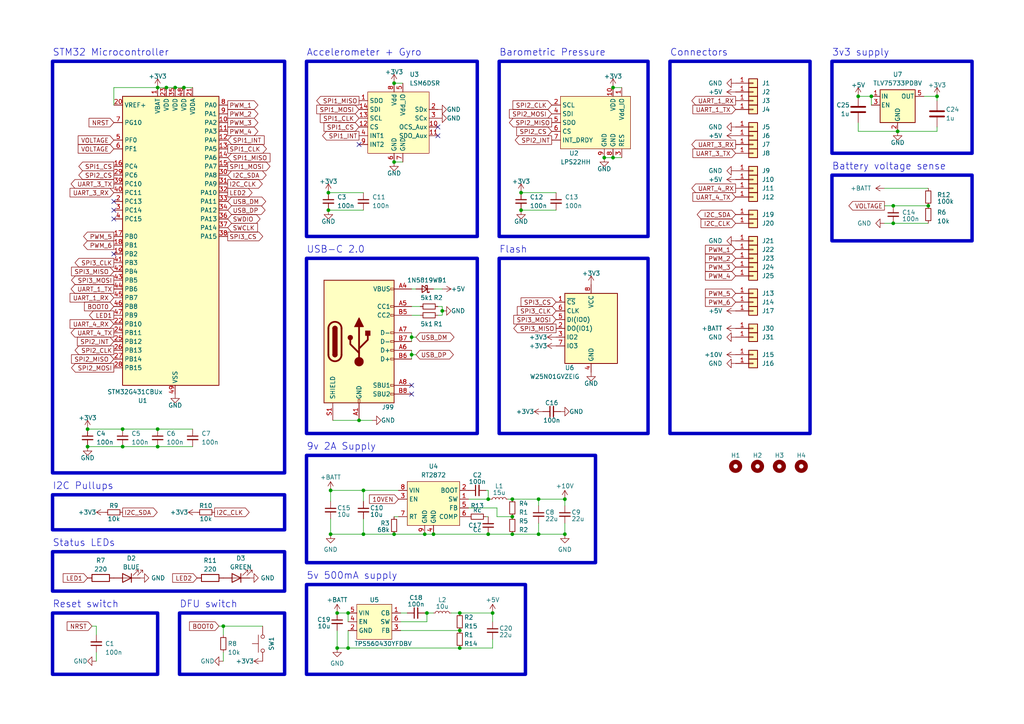
<source format=kicad_sch>
(kicad_sch (version 20230121) (generator eeschema)
  (paper "A4")
  (junction (at 148.59 154.94))
  (junction (at 105.41 142.24))
  (junction (at 148.59 149.86))
  (junction (at 119.38 97.79))
  (junction (at 128.27 90.17))
  (junction (at 25.4 124.46))
  (junction (at 114.3 46.99))
  (junction (at 163.83 144.78))
  (junction (at 104.14 121.92))
  (junction (at 151.13 60.96))
  (junction (at 105.41 154.94))
  (junction (at 100.965 177.8))
  (junction (at 114.3 24.13))
  (junction (at 163.83 154.94))
  (junction (at 95.25 60.96))
  (junction (at 123.19 154.94))
  (junction (at 133.35 182.88))
  (junction (at 100.965 187.96))
  (junction (at 248.92 27.94))
  (junction (at 95.25 55.88))
  (junction (at 97.79 187.96))
  (junction (at 156.21 144.78))
  (junction (at 97.79 177.8))
  (junction (at 125.73 154.94))
  (junction (at 25.4 129.54))
  (junction (at 259.08 64.77))
  (junction (at 95.885 142.24))
  (junction (at 35.56 124.46))
  (junction (at 177.8 25.4))
  (junction (at 53.34 25.4))
  (junction (at 45.72 124.46))
  (junction (at 95.885 154.94))
  (junction (at 271.78 27.94))
  (junction (at 45.72 25.4))
  (junction (at 133.35 187.96))
  (junction (at 141.605 144.78))
  (junction (at 142.875 177.8))
  (junction (at 50.8 25.4))
  (junction (at 252.73 27.94))
  (junction (at 141.605 154.94))
  (junction (at 45.72 129.54))
  (junction (at 156.21 154.94))
  (junction (at 48.26 25.4))
  (junction (at 175.26 45.72))
  (junction (at 151.13 55.88))
  (junction (at 35.56 129.54))
  (junction (at 260.35 38.1))
  (junction (at 64.77 181.61))
  (junction (at 114.3 154.94))
  (junction (at 119.38 102.87))
  (junction (at 177.8 45.72))
  (junction (at 269.24 59.69))
  (junction (at 123.825 177.8))
  (junction (at 133.35 177.8))
  (junction (at 259.08 59.69))
  (junction (at 148.59 144.78))
  (no_connect (at 127 36.83))
  (no_connect (at 33.02 73.66))
  (no_connect (at 119.38 114.3))
  (no_connect (at 33.02 60.96))
  (no_connect (at 33.02 63.5))
  (no_connect (at 127 39.37))
  (no_connect (at 33.02 58.42))
  (no_connect (at 119.38 111.76))
  (no_connect (at 104.14 41.91))
  (wire (pts (xy 104.14 121.92) (xy 107.95 121.92)))
  (wire (pts (xy 144.145 149.86) (xy 144.145 147.32)))
  (wire (pts (xy 25.4 124.46) (xy 35.56 124.46)))
  (wire (pts (xy 248.92 27.94) (xy 252.73 27.94)))
  (wire (pts (xy 259.08 59.69) (xy 269.24 59.69)))
  (wire (pts (xy 97.79 187.96) (xy 100.965 187.96)))
  (wire (pts (xy 142.875 185.42) (xy 142.875 187.96)))
  (wire (pts (xy 53.34 25.4) (xy 55.88 25.4)))
  (wire (pts (xy 141.605 142.24) (xy 141.605 144.78)))
  (wire (pts (xy 123.825 177.8) (xy 125.73 177.8)))
  (wire (pts (xy 105.41 150.495) (xy 105.41 154.94)))
  (wire (pts (xy 141.605 144.78) (xy 142.24 144.78)))
  (wire (pts (xy 45.72 124.46) (xy 55.88 124.46)))
  (wire (pts (xy 123.825 177.8) (xy 123.825 180.34)))
  (wire (pts (xy 104.14 121.92) (xy 96.52 121.92)))
  (wire (pts (xy 97.79 182.88) (xy 97.79 187.96)))
  (wire (pts (xy 64.77 181.61) (xy 64.77 184.15)))
  (wire (pts (xy 133.35 187.96) (xy 100.965 187.96)))
  (wire (pts (xy 151.13 55.88) (xy 161.29 55.88)))
  (wire (pts (xy 156.21 144.78) (xy 156.21 146.685)))
  (wire (pts (xy 119.38 97.79) (xy 119.38 96.52)))
  (wire (pts (xy 105.41 142.24) (xy 95.885 142.24)))
  (wire (pts (xy 125.73 83.82) (xy 128.27 83.82)))
  (wire (pts (xy 48.26 25.4) (xy 50.8 25.4)))
  (wire (pts (xy 130.81 177.8) (xy 133.35 177.8)))
  (wire (pts (xy 119.38 91.44) (xy 121.92 91.44)))
  (wire (pts (xy 120.65 102.87) (xy 119.38 102.87)))
  (wire (pts (xy 127 91.44) (xy 128.27 91.44)))
  (wire (pts (xy 177.8 25.4) (xy 180.34 25.4)))
  (wire (pts (xy 256.54 59.69) (xy 259.08 59.69)))
  (wire (pts (xy 119.38 99.06) (xy 119.38 97.79)))
  (wire (pts (xy 119.38 104.14) (xy 119.38 102.87)))
  (wire (pts (xy 123.19 154.94) (xy 125.73 154.94)))
  (wire (pts (xy 142.875 187.96) (xy 133.35 187.96)))
  (wire (pts (xy 50.8 25.4) (xy 53.34 25.4)))
  (wire (pts (xy 119.38 102.87) (xy 119.38 101.6)))
  (wire (pts (xy 95.25 55.88) (xy 105.41 55.88)))
  (wire (pts (xy 128.27 90.17) (xy 128.27 88.9)))
  (wire (pts (xy 95.885 142.24) (xy 95.885 145.415)))
  (wire (pts (xy 105.41 145.415) (xy 105.41 142.24)))
  (wire (pts (xy 128.27 91.44) (xy 128.27 90.17)))
  (wire (pts (xy 119.38 88.9) (xy 121.92 88.9)))
  (wire (pts (xy 33.02 25.4) (xy 45.72 25.4)))
  (wire (pts (xy 141.605 154.94) (xy 148.59 154.94)))
  (wire (pts (xy 27.94 189.23) (xy 27.94 191.77)))
  (wire (pts (xy 95.885 154.94) (xy 95.885 150.495)))
  (wire (pts (xy 123.19 177.8) (xy 123.825 177.8)))
  (wire (pts (xy 142.875 177.8) (xy 142.875 180.34)))
  (wire (pts (xy 105.41 154.94) (xy 114.3 154.94)))
  (wire (pts (xy 259.08 64.77) (xy 269.24 64.77)))
  (wire (pts (xy 135.89 144.78) (xy 141.605 144.78)))
  (wire (pts (xy 45.72 25.4) (xy 48.26 25.4)))
  (wire (pts (xy 175.26 45.72) (xy 177.8 45.72)))
  (wire (pts (xy 114.3 46.99) (xy 116.84 46.99)))
  (wire (pts (xy 100.965 177.8) (xy 100.965 180.34)))
  (wire (pts (xy 163.83 154.94) (xy 163.83 151.765)))
  (wire (pts (xy 147.32 144.78) (xy 148.59 144.78)))
  (wire (pts (xy 156.21 151.765) (xy 156.21 154.94)))
  (wire (pts (xy 140.97 142.24) (xy 141.605 142.24)))
  (wire (pts (xy 128.27 88.9) (xy 127 88.9)))
  (wire (pts (xy 95.25 60.96) (xy 105.41 60.96)))
  (wire (pts (xy 27.94 181.61) (xy 27.94 184.15)))
  (wire (pts (xy 105.41 154.94) (xy 95.885 154.94)))
  (wire (pts (xy 256.54 64.77) (xy 259.08 64.77)))
  (wire (pts (xy 156.21 154.94) (xy 163.83 154.94)))
  (wire (pts (xy 125.73 154.94) (xy 141.605 154.94)))
  (wire (pts (xy 140.97 149.86) (xy 141.605 149.86)))
  (wire (pts (xy 144.145 147.32) (xy 135.89 147.32)))
  (wire (pts (xy 163.83 144.78) (xy 156.21 144.78)))
  (wire (pts (xy 267.97 27.94) (xy 271.78 27.94)))
  (wire (pts (xy 116.205 182.88) (xy 133.35 182.88)))
  (wire (pts (xy 120.65 97.79) (xy 119.38 97.79)))
  (wire (pts (xy 114.3 24.13) (xy 116.84 24.13)))
  (wire (pts (xy 260.35 38.1) (xy 248.92 38.1)))
  (wire (pts (xy 163.83 146.685) (xy 163.83 144.78)))
  (wire (pts (xy 116.205 180.34) (xy 123.825 180.34)))
  (wire (pts (xy 25.4 129.54) (xy 35.56 129.54)))
  (wire (pts (xy 64.77 189.23) (xy 64.77 191.77)))
  (wire (pts (xy 148.59 154.94) (xy 156.21 154.94)))
  (wire (pts (xy 63.5 181.61) (xy 64.77 181.61)))
  (wire (pts (xy 45.72 129.54) (xy 55.88 129.54)))
  (wire (pts (xy 148.59 149.86) (xy 144.145 149.86)))
  (wire (pts (xy 100.965 187.96) (xy 100.965 182.88)))
  (wire (pts (xy 35.56 124.46) (xy 45.72 124.46)))
  (wire (pts (xy 26.67 181.61) (xy 27.94 181.61)))
  (wire (pts (xy 133.35 177.8) (xy 142.875 177.8)))
  (wire (pts (xy 271.78 38.1) (xy 271.78 36.83)))
  (wire (pts (xy 271.78 27.94) (xy 271.78 29.21)))
  (wire (pts (xy 116.205 177.8) (xy 118.11 177.8)))
  (wire (pts (xy 114.3 154.94) (xy 123.19 154.94)))
  (wire (pts (xy 114.3 149.86) (xy 115.57 149.86)))
  (wire (pts (xy 33.02 30.48) (xy 33.02 25.4)))
  (wire (pts (xy 260.35 38.1) (xy 271.78 38.1)))
  (wire (pts (xy 105.41 142.24) (xy 115.57 142.24)))
  (wire (pts (xy 256.54 54.61) (xy 269.24 54.61)))
  (wire (pts (xy 35.56 129.54) (xy 45.72 129.54)))
  (wire (pts (xy 119.38 83.82) (xy 120.65 83.82)))
  (wire (pts (xy 148.59 144.78) (xy 156.21 144.78)))
  (wire (pts (xy 151.13 60.96) (xy 161.29 60.96)))
  (wire (pts (xy 252.73 27.94) (xy 252.73 30.48)))
  (wire (pts (xy 64.77 181.61) (xy 76.2 181.61)))
  (wire (pts (xy 248.92 38.1) (xy 248.92 35.56)))
  (wire (pts (xy 97.79 177.8) (xy 100.965 177.8)))
  (wire (pts (xy 177.8 45.72) (xy 180.34 45.72)))
  (rectangle (start 15.24 160.02) (end 82.55 171.45) (stroke (width 1)))
  (rectangle (start 241.3 50.8) (end 281.94 69.85) (stroke (width 1)))
  (rectangle (start 88.9 132.08) (end 172.72 163.195) (stroke (width 1)))
  (rectangle (start 144.78 17.78) (end 187.96 68.58) (stroke (width 1)))
  (rectangle (start 88.9 169.545) (end 152.4 195.58) (stroke (width 1)))
  (rectangle (start 15.24 177.8) (end 45.72 195.58) (stroke (width 1)))
  (rectangle (start 15.24 17.78) (end 82.55 137.16) (stroke (width 1)))
  (rectangle (start 52.07 177.8) (end 82.55 195.58) (stroke (width 1)))
  (rectangle (start 88.9 74.93) (end 138.43 125.73) (stroke (width 1)))
  (rectangle (start 194.31 17.78) (end 234.95 125.73) (stroke (width 1)))
  (rectangle (start 15.24 143.51) (end 82.55 153.67) (stroke (width 1)))
  (rectangle (start 241.3 17.78) (end 281.94 44.45) (stroke (width 1)))
  (rectangle (start 88.9 17.78) (end 138.43 68.58) (stroke (width 1)))
  (rectangle (start 144.78 74.93) (end 187.96 125.73) (stroke (width 1)))
  (text "Accelerometer + Gyro" (at 88.9 16.51 0) (effects (font (size 2 2)) (justify left bottom)))
  (text "Reset switch" (at 15.24 176.53 0) (effects (font (size 2 2)) (justify left bottom)))
  (text "DFU switch" (at 52.07 176.53 0) (effects (font (size 2 2)) (justify left bottom)))
  (text "Status LEDs" (at 15.24 158.75 0) (effects (font (size 2 2)) (justify left bottom)))
  (text "5v 500mA supply" (at 88.9 168.275 0) (effects (font (size 2 2)) (justify left bottom)))
  (text "3v3 supply" (at 241.3 16.51 0) (effects (font (size 2 2)) (justify left bottom)))
  (text "9v 2A Supply" (at 88.9 130.81 0) (effects (font (size 2 2)) (justify left bottom)))
  (text "Flash" (at 144.78 73.66 0) (effects (font (size 2 2)) (justify left bottom)))
  (text "Barometric Pressure" (at 144.78 16.51 0) (effects (font (size 2 2)) (justify left bottom)))
  (text "STM32 Microcontroller" (at 15.24 16.51 0) (effects (font (size 2 2)) (justify left bottom)))
  (text "Connectors" (at 194.31 16.51 0) (effects (font (size 2 2)) (justify left bottom)))
  (text "I2C Pullups" (at 15.24 142.24 0) (effects (font (size 2 2)) (justify left bottom)))
  (text "USB-C 2.0" (at 88.9 73.66 0) (effects (font (size 2 2)) (justify left bottom)))
  (text "Battery voltage sense" (at 241.3 49.53 0) (effects (font (size 2 2)) (justify left bottom)))
  (global_label "NRST" (shape input) (at 33.02 35.56 180) (property "Intersheetrefs" "${INTERSHEET_REFS}" (effects hide)))
  (global_label "I2C_SDA" (shape bidirectional) (at 213.36 62.23 180) (property "Intersheetrefs" "${INTERSHEET_REFS}" (effects hide)))
  (global_label "VOLTAGE" (shape output) (at 256.54 59.69 180) (property "Intersheetrefs" "${INTERSHEET_REFS}" (effects hide)))
  (global_label "UART_4_TX" (shape input) (at 213.36 57.15 180) (property "Intersheetrefs" "${INTERSHEET_REFS}" (effects hide)))
  (global_label "SWCLK" (shape input) (at 66.04 66.04 0) (property "Intersheetrefs" "${INTERSHEET_REFS}" (effects hide)))
  (global_label "SPI2_CLK" (shape output) (at 33.02 101.6 180) (property "Intersheetrefs" "${INTERSHEET_REFS}" (effects hide)))
  (global_label "SPI3_MOSI" (shape output) (at 33.02 81.28 180) (property "Intersheetrefs" "${INTERSHEET_REFS}" (effects hide)))
  (global_label "SPI1_CLK" (shape output) (at 66.04 43.18 0) (property "Intersheetrefs" "${INTERSHEET_REFS}" (effects hide)))
  (global_label "PWM_6" (shape input) (at 213.36 87.63 180) (property "Intersheetrefs" "${INTERSHEET_REFS}" (effects hide)))
  (global_label "UART_4_TX" (shape output) (at 33.02 96.52 180) (property "Intersheetrefs" "${INTERSHEET_REFS}" (effects hide)))
  (global_label "SPI1_CS" (shape input) (at 104.14 36.83 180) (property "Intersheetrefs" "${INTERSHEET_REFS}" (effects hide)))
  (global_label "I2C_CLK" (shape input) (at 213.36 64.77 180) (property "Intersheetrefs" "${INTERSHEET_REFS}" (effects hide)))
  (global_label "SPI3_CLK" (shape output) (at 33.02 76.2 180) (property "Intersheetrefs" "${INTERSHEET_REFS}" (effects hide)))
  (global_label "SPI2_CS" (shape input) (at 160.02 38.1 180) (property "Intersheetrefs" "${INTERSHEET_REFS}" (effects hide)))
  (global_label "LED1" (shape output) (at 33.02 91.44 180) (property "Intersheetrefs" "${INTERSHEET_REFS}" (effects hide)))
  (global_label "SPI1_CLK" (shape input) (at 104.14 34.29 180) (property "Intersheetrefs" "${INTERSHEET_REFS}" (effects hide)))
  (global_label "SPI1_MISO" (shape input) (at 66.04 45.72 0) (property "Intersheetrefs" "${INTERSHEET_REFS}" (effects hide)))
  (global_label "USB_DM" (shape bidirectional) (at 120.65 97.79 0) (property "Intersheetrefs" "${INTERSHEET_REFS}" (effects hide)))
  (global_label "SPI2_MISO" (shape output) (at 160.02 35.56 180) (property "Intersheetrefs" "${INTERSHEET_REFS}" (effects hide)))
  (global_label "PWM_2" (shape input) (at 213.36 74.93 180) (property "Intersheetrefs" "${INTERSHEET_REFS}" (effects hide)))
  (global_label "UART_1_TX" (shape output) (at 33.02 83.82 180) (property "Intersheetrefs" "${INTERSHEET_REFS}" (effects hide)))
  (global_label "I2C_CLK" (shape output) (at 66.04 53.34 0) (property "Intersheetrefs" "${INTERSHEET_REFS}" (effects hide)))
  (global_label "LED2" (shape output) (at 66.04 55.88 0) (property "Intersheetrefs" "${INTERSHEET_REFS}" (effects hide)))
  (global_label "PWM_4" (shape input) (at 213.36 80.01 180) (property "Intersheetrefs" "${INTERSHEET_REFS}" (effects hide)))
  (global_label "PWM_3" (shape output) (at 66.04 35.56 0) (property "Intersheetrefs" "${INTERSHEET_REFS}" (effects hide)))
  (global_label "SPI1_INT" (shape output) (at 104.14 39.37 180) (property "Intersheetrefs" "${INTERSHEET_REFS}" (effects hide)))
  (global_label "PWM_5" (shape input) (at 213.36 85.09 180) (property "Intersheetrefs" "${INTERSHEET_REFS}" (effects hide)))
  (global_label "PWM_4" (shape output) (at 66.04 38.1 0) (property "Intersheetrefs" "${INTERSHEET_REFS}" (effects hide)))
  (global_label "SPI3_CS" (shape input) (at 161.29 87.63 180) (property "Intersheetrefs" "${INTERSHEET_REFS}" (effects hide)))
  (global_label "UART_3_TX" (shape input) (at 213.36 44.45 180) (property "Intersheetrefs" "${INTERSHEET_REFS}" (effects hide)))
  (global_label "SPI3_MOSI" (shape input) (at 161.29 92.71 180) (property "Intersheetrefs" "${INTERSHEET_REFS}" (effects hide)))
  (global_label "PWM_5" (shape output) (at 33.02 68.58 180) (property "Intersheetrefs" "${INTERSHEET_REFS}" (effects hide)))
  (global_label "PWM_3" (shape input) (at 213.36 77.47 180) (property "Intersheetrefs" "${INTERSHEET_REFS}" (effects hide)))
  (global_label "UART_1_TX" (shape input) (at 213.36 31.75 180) (property "Intersheetrefs" "${INTERSHEET_REFS}" (effects hide)))
  (global_label "UART_1_RX" (shape output) (at 213.36 29.21 180) (property "Intersheetrefs" "${INTERSHEET_REFS}" (effects hide)))
  (global_label "NRST" (shape input) (at 26.67 181.61 180) (property "Intersheetrefs" "${INTERSHEET_REFS}" (effects hide)))
  (global_label "LED1" (shape input) (at 25.4 167.64 180) (property "Intersheetrefs" "${INTERSHEET_REFS}" (effects hide)))
  (global_label "USB_DP" (shape bidirectional) (at 66.04 60.96 0) (property "Intersheetrefs" "${INTERSHEET_REFS}" (effects hide)))
  (global_label "SPI1_MOSI" (shape input) (at 104.14 31.75 180) (property "Intersheetrefs" "${INTERSHEET_REFS}" (effects hide)))
  (global_label "SPI2_MOSI" (shape input) (at 160.02 33.02 180) (property "Intersheetrefs" "${INTERSHEET_REFS}" (effects hide)))
  (global_label "SPI1_MOSI" (shape output) (at 66.04 48.26 0) (property "Intersheetrefs" "${INTERSHEET_REFS}" (effects hide)))
  (global_label "LED2" (shape input) (at 57.15 167.64 180) (property "Intersheetrefs" "${INTERSHEET_REFS}" (effects hide)))
  (global_label "SPI1_INT" (shape input) (at 66.04 40.64 0) (property "Intersheetrefs" "${INTERSHEET_REFS}" (effects hide)))
  (global_label "10VEN" (shape input) (at 115.57 144.78 180) (property "Intersheetrefs" "${INTERSHEET_REFS}" (effects hide)))
  (global_label "SPI2_INT" (shape input) (at 33.02 99.06 180) (property "Intersheetrefs" "${INTERSHEET_REFS}" (effects hide)))
  (global_label "UART_4_RX" (shape input) (at 33.02 93.98 180) (property "Intersheetrefs" "${INTERSHEET_REFS}" (effects hide)))
  (global_label "SWDIO" (shape bidirectional) (at 66.04 63.5 0) (property "Intersheetrefs" "${INTERSHEET_REFS}" (effects hide)))
  (global_label "VOLTAGE" (shape input) (at 33.02 40.64 180) (property "Intersheetrefs" "${INTERSHEET_REFS}" (effects hide)))
  (global_label "SPI3_MISO" (shape output) (at 161.29 95.25 180) (property "Intersheetrefs" "${INTERSHEET_REFS}" (effects hide)))
  (global_label "BOOT0" (shape input) (at 63.5 181.61 180) (property "Intersheetrefs" "${INTERSHEET_REFS}" (effects hide)))
  (global_label "SPI2_MOSI" (shape output) (at 33.02 106.68 180) (property "Intersheetrefs" "${INTERSHEET_REFS}" (effects hide)))
  (global_label "VOLTAGE" (shape input) (at 33.02 43.18 180) (property "Intersheetrefs" "${INTERSHEET_REFS}" (effects hide)))
  (global_label "SPI3_MISO" (shape input) (at 33.02 78.74 180) (property "Intersheetrefs" "${INTERSHEET_REFS}" (effects hide)))
  (global_label "I2C_SDA" (shape bidirectional) (at 66.04 50.8 0) (property "Intersheetrefs" "${INTERSHEET_REFS}" (effects hide)))
  (global_label "I2C_SDA" (shape output) (at 35.56 148.59 0) (property "Intersheetrefs" "${INTERSHEET_REFS}" (effects hide)))
  (global_label "SPI1_CS" (shape output) (at 33.02 48.26 180) (property "Intersheetrefs" "${INTERSHEET_REFS}" (effects hide)))
  (global_label "USB_DM" (shape bidirectional) (at 66.04 58.42 0) (property "Intersheetrefs" "${INTERSHEET_REFS}" (effects hide)))
  (global_label "SPI2_CS" (shape output) (at 33.02 50.8 180) (property "Intersheetrefs" "${INTERSHEET_REFS}" (effects hide)))
  (global_label "UART_1_RX" (shape input) (at 33.02 86.36 180) (property "Intersheetrefs" "${INTERSHEET_REFS}" (effects hide)))
  (global_label "UART_4_RX" (shape output) (at 213.36 54.61 180) (property "Intersheetrefs" "${INTERSHEET_REFS}" (effects hide)))
  (global_label "PWM_6" (shape output) (at 33.02 71.12 180) (property "Intersheetrefs" "${INTERSHEET_REFS}" (effects hide)))
  (global_label "BOOT0" (shape input) (at 33.02 88.9 180) (property "Intersheetrefs" "${INTERSHEET_REFS}" (effects hide)))
  (global_label "SPI3_CS" (shape output) (at 66.04 68.58 0) (property "Intersheetrefs" "${INTERSHEET_REFS}" (effects hide)))
  (global_label "PWM_1" (shape output) (at 66.04 30.48 0) (property "Intersheetrefs" "${INTERSHEET_REFS}" (effects hide)))
  (global_label "UART_3_RX" (shape input) (at 33.02 55.88 180) (property "Intersheetrefs" "${INTERSHEET_REFS}" (effects hide)))
  (global_label "SPI1_MISO" (shape output) (at 104.14 29.21 180) (property "Intersheetrefs" "${INTERSHEET_REFS}" (effects hide)))
  (global_label "SPI2_INT" (shape output) (at 160.02 40.64 180) (property "Intersheetrefs" "${INTERSHEET_REFS}" (effects hide)))
  (global_label "SPI2_CLK" (shape input) (at 160.02 30.48 180) (property "Intersheetrefs" "${INTERSHEET_REFS}" (effects hide)))
  (global_label "PWM_2" (shape output) (at 66.04 33.02 0) (property "Intersheetrefs" "${INTERSHEET_REFS}" (effects hide)))
  (global_label "USB_DP" (shape bidirectional) (at 120.65 102.87 0) (property "Intersheetrefs" "${INTERSHEET_REFS}" (effects hide)))
  (global_label "SPI2_MISO" (shape input) (at 33.02 104.14 180) (property "Intersheetrefs" "${INTERSHEET_REFS}" (effects hide)))
  (global_label "I2C_CLK" (shape output) (at 62.23 148.59 0) (property "Intersheetrefs" "${INTERSHEET_REFS}" (effects hide)))
  (global_label "UART_3_TX" (shape output) (at 33.02 53.34 180) (property "Intersheetrefs" "${INTERSHEET_REFS}" (effects hide)))
  (global_label "PWM_1" (shape input) (at 213.36 72.39 180) (property "Intersheetrefs" "${INTERSHEET_REFS}" (effects hide)))
  (global_label "UART_3_RX" (shape output) (at 213.36 41.91 180) (property "Intersheetrefs" "${INTERSHEET_REFS}" (effects hide)))
  (global_label "SPI3_CLK" (shape input) (at 161.29 90.17 180) (property "Intersheetrefs" "${INTERSHEET_REFS}" (effects hide)))
  (symbol (lib_id "Connector_Generic:Conn_01x01") (at 218.44 44.45 0) (unit 1)
    (property "Reference" "J8" (at 220.98 44.45 0) (effects (justify left)))
    (property "Value" "Conn_01x01" (effects hide))
    (property "Footprint" "footprints:smallpad" (effects hide))
  )
  (symbol (lib_id "Mechanical:MountingHole") (at 213.36 135.255 0) (unit 1)
    (property "Reference" "H1" (at 213.36 132.08 0))
    (property "Value" "MountingHole" (effects hide))
    (property "Footprint" "MountingHole:MountingHole_4mm" (effects hide))
  )
  (symbol (lib_id "power:+5V") (at 142.875 177.8 0) (unit 1)
    (property "Reference" "#PWR054" (effects hide))
    (property "Value" "+5V" (at 142.875 173.99 0))
  )
  (symbol (lib_id "Device:R_Small") (at 33.02 148.59 90) (unit 1)
    (property "Reference" "R9" (at 33.02 146.685 90))
    (property "Value" "10k" (at 33.02 150.495 90))
    (property "Footprint" "Resistor_SMD:R_0402_1005Metric" (effects hide))
    (property "LCSC" "C25744" (effects hide))
  )
  (symbol (lib_id "Device:C_Small") (at 156.21 149.225 0) (unit 1)
    (property "Reference" "C8" (at 158.115 148.59 0) (effects (justify left)))
    (property "Value" "22u" (at 158.115 150.495 0) (effects (justify left)))
    (property "Footprint" "Capacitor_SMD:C_0805_2012Metric" (effects hide))
  )
  (symbol (lib_id "Connector_Generic:Conn_01x01") (at 218.44 26.67 0) (unit 1)
    (property "Reference" "J2" (at 220.98 26.67 0) (effects (justify left)))
    (property "Value" "Conn_01x01" (effects hide))
    (property "Footprint" "footprints:smallpad" (effects hide))
  )
  (symbol (lib_name "GND_2") (lib_id "power:GND") (at 95.885 154.94 0) (unit 1)
    (property "Reference" "#PWR07" (effects hide))
    (property "Value" "GND" (at 95.885 159.385 0))
  )
  (symbol (lib_id "Device:R_Small") (at 133.35 185.42 180) (unit 1)
    (property "Reference" "R14" (at 134.62 186.69 0) (effects (justify right)))
    (property "Value" "R1" (at 134.62 184.15 0) (effects (justify right)))
    (property "Footprint" "Resistor_SMD:R_0402_1005Metric" (effects hide))
  )
  (symbol (lib_id "Device:R_Small") (at 269.24 62.23 0) (unit 1)
    (property "Reference" "R6" (at 271.78 61.595 0) (effects (justify left)))
    (property "Value" "10k" (at 271.78 64.135 0) (effects (justify left)))
    (property "Footprint" "Resistor_SMD:R_0402_1005Metric" (effects hide))
    (property "LCSC" "C25744" (effects hide))
  )
  (symbol (lib_id "power:+3.3V") (at 30.48 148.59 90) (unit 1)
    (property "Reference" "#PWR041" (effects hide))
    (property "Value" "+3.3V" (at 27.94 148.59 90) (effects (justify left)))
  )
  (symbol (lib_id "Connector_Generic:Conn_01x01") (at 218.44 31.75 0) (unit 1)
    (property "Reference" "J4" (at 220.98 31.75 0) (effects (justify left)))
    (property "Value" "Conn_01x01" (effects hide))
    (property "Footprint" "footprints:smallpad" (effects hide))
  )
  (symbol (lib_id "power:GND") (at 260.35 38.1 0) (unit 1)
    (property "Reference" "#PWR050" (effects hide))
    (property "Value" "GND" (at 260.35 40.64 0) (effects (justify top)))
  )
  (symbol (lib_id "power:GND") (at 27.94 191.77 270) (unit 1)
    (property "Reference" "#PWR047" (effects hide))
    (property "Value" "GND" (at 25.4 191.77 90) (effects (justify right)))
  )
  (symbol (lib_id "ST_Sensors:LSM6DSR") (at 115.57 41.91 0) (unit 1)
    (property "Reference" "U3" (at 118.7959 21.59 0) (effects (justify left)))
    (property "Value" "LSM6DSR" (at 118.7959 24.13 0) (effects (justify left)))
    (property "Footprint" "Package_LGA:LGA-14_3x2.5mm_P0.5mm_LayoutBorder3x4y" (effects hide))
    (property "LCSC" "C2655100" (effects hide))
  )
  (symbol (lib_id "Device:R_Small") (at 64.77 186.69 0) (unit 1)
    (property "Reference" "R8" (at 66.04 186.69 0) (effects (justify left)))
    (property "Value" "10k" (at 66.04 189.23 0) (effects (justify left)))
    (property "Footprint" "Resistor_SMD:R_0402_1005Metric" (effects hide))
    (property "LCSC" "C25744" (effects hide))
  )
  (symbol (lib_id "power:GND") (at 50.8 114.3 0) (unit 1)
    (property "Reference" "#PWR029" (effects hide))
    (property "Value" "GND" (at 50.8 116.84 0) (effects (justify top)))
  )
  (symbol (lib_id "power:+3.3V") (at 271.78 27.94 0) (unit 1)
    (property "Reference" "#PWR049" (effects hide))
    (property "Value" "+3.3V" (at 271.78 25.4 0) (effects (justify bottom)))
  )
  (symbol (lib_id "Device:LED") (at 68.58 167.64 180) (unit 1)
    (property "Reference" "D3" (at 69.85 161.925 0))
    (property "Value" "GREEN" (at 69.85 164.465 0))
    (property "Footprint" "LED_SMD:LED_0603_1608Metric" (effects hide))
    (property "LCSC" "C72043" (effects hide))
  )
  (symbol (lib_id "power:GND") (at 95.25 60.96 0) (unit 1)
    (property "Reference" "#PWR023" (effects hide))
    (property "Value" "GND" (at 95.25 63.5 0) (effects (justify top)))
  )
  (symbol (lib_name "GND_2") (lib_id "power:GND") (at 97.79 187.96 0) (unit 1)
    (property "Reference" "#PWR053" (effects hide))
    (property "Value" "GND" (at 97.79 192.405 0))
  )
  (symbol (lib_id "Connector_Generic:Conn_01x01") (at 218.44 62.23 0) (unit 1)
    (property "Reference" "J19" (at 220.98 62.23 0) (effects (justify left)))
    (property "Value" "Conn_01x01" (effects hide))
    (property "Footprint" "footprints:smallpad" (effects hide))
  )
  (symbol (lib_name "GND_1") (lib_id "power:GND") (at 213.36 69.85 270) (unit 1)
    (property "Reference" "#PWR015" (effects hide))
    (property "Value" "GND" (at 209.55 69.85 90) (effects (justify right)))
  )
  (symbol (lib_name "GND_1") (lib_id "power:GND") (at 213.36 49.53 270) (unit 1)
    (property "Reference" "#PWR013" (effects hide))
    (property "Value" "GND" (at 209.55 49.53 90) (effects (justify right)))
  )
  (symbol (lib_id "Device:C_Small") (at 35.56 127 0) (unit 1)
    (property "Reference" "C5" (at 38.1 125.7362 0) (effects (justify left)))
    (property "Value" "100n" (at 38.1 128.2762 0) (effects (justify left)))
    (property "Footprint" "Capacitor_SMD:C_0402_1005Metric" (effects hide))
    (property "LCSC" "C1525" (effects hide))
  )
  (symbol (lib_id "Device:R_Small") (at 124.46 91.44 270) (unit 1)
    (property "Reference" "R1" (at 125.73 93.98 90) (effects (justify left)))
    (property "Value" "5k1" (at 121.92 93.98 90) (effects (justify left)))
    (property "Footprint" "Resistor_SMD:R_0402_1005Metric" (effects hide))
    (property "LCSC" "C25905" (effects hide))
  )
  (symbol (lib_id "power:+5V") (at 213.36 26.67 90) (unit 1)
    (property "Reference" "#PWR038" (effects hide))
    (property "Value" "+5V" (at 209.55 26.67 90) (effects (justify left)))
  )
  (symbol (lib_id "Connector_Generic:Conn_01x01") (at 218.44 39.37 0) (unit 1)
    (property "Reference" "J6" (at 220.98 39.37 0) (effects (justify left)))
    (property "Value" "Conn_01x01" (effects hide))
    (property "Footprint" "footprints:smallpad" (effects hide))
  )
  (symbol (lib_name "GND_2") (lib_id "power:GND") (at 163.83 154.94 0) (unit 1)
    (property "Reference" "#PWR027" (effects hide))
    (property "Value" "GND" (at 163.83 159.385 0))
  )
  (symbol (lib_id "Device:R_Small") (at 124.46 88.9 270) (unit 1)
    (property "Reference" "R2" (at 125.73 86.36 90) (effects (justify left)))
    (property "Value" "5k1" (at 121.92 86.36 90) (effects (justify left)))
    (property "Footprint" "Resistor_SMD:R_0402_1005Metric" (effects hide))
    (property "LCSC" "C25905" (effects hide))
  )
  (symbol (lib_id "Connector_Generic:Conn_01x01") (at 218.44 57.15 0) (unit 1)
    (property "Reference" "J12" (at 220.98 57.15 0) (effects (justify left)))
    (property "Value" "Conn_01x01" (effects hide))
    (property "Footprint" "footprints:smallpad" (effects hide))
  )
  (symbol (lib_id "power:GND") (at 72.39 167.64 90) (unit 1)
    (property "Reference" "#PWR043" (effects hide))
    (property "Value" "GND" (at 75.565 167.64 90) (effects (justify right)))
  )
  (symbol (lib_name "GND_1") (lib_id "power:GND") (at 256.54 64.77 270) (unit 1)
    (property "Reference" "#PWR017" (effects hide))
    (property "Value" "GND" (at 252.73 64.77 90) (effects (justify right)))
  )
  (symbol (lib_id "power:GND") (at 128.27 90.17 90) (unit 1)
    (property "Reference" "#PWR020" (effects hide))
    (property "Value" "GND" (at 130.81 90.17 90) (effects (justify right)))
  )
  (symbol (lib_id "Device:C") (at 248.92 31.75 0) (unit 1)
    (property "Reference" "C25" (at 242.57 30.48 0) (effects (justify left)))
    (property "Value" "1u" (at 243.84 33.02 0) (effects (justify left)))
    (property "Footprint" "Capacitor_SMD:C_0402_1005Metric" (effects hide))
    (property "LCSC" "C52923" (effects hide))
  )
  (symbol (lib_id "Memory_Flash:W25Q32JVSS") (at 171.45 95.25 0) (unit 1)
    (property "Reference" "U6" (at 163.83 106.68 0) (effects (justify left)))
    (property "Value" "W25N01GVZEIG" (at 153.67 109.22 0) (effects (justify left)))
    (property "Footprint" "Package_SON:WSON-8-1EP_8x6mm_P1.27mm_EP3.4x4.3mm" (effects hide))
    (property "Datasheet" "http://www.winbond.com/resource-files/w25q32jv%20revg%2003272018%20plus.pdf" (effects hide))
    (property "LCSC" "C907680" (effects hide))
  )
  (symbol (lib_id "Device:R_Small") (at 59.69 148.59 90) (unit 1)
    (property "Reference" "R10" (at 59.69 146.685 90))
    (property "Value" "10k" (at 59.69 150.495 90))
    (property "Footprint" "Resistor_SMD:R_0402_1005Metric" (effects hide))
    (property "LCSC" "C25744" (effects hide))
  )
  (symbol (lib_id "power:+3.3V") (at 161.29 100.33 90) (unit 1)
    (property "Reference" "#PWR026" (effects hide))
    (property "Value" "+3.3V" (at 158.75 100.33 90) (effects (justify left)))
  )
  (symbol (lib_id "power:GND") (at 162.56 119.38 90) (unit 1)
    (property "Reference" "#PWR046" (effects hide))
    (property "Value" "GND" (at 165.1 119.38 90) (effects (justify right)))
  )
  (symbol (lib_id "Device:R_Small") (at 269.24 57.15 0) (unit 1)
    (property "Reference" "R12" (at 271.78 56.515 0) (effects (justify left)))
    (property "Value" "100k" (at 271.78 58.42 0) (effects (justify left)))
    (property "Footprint" "Resistor_SMD:R_0402_1005Metric" (effects hide))
    (property "LCSC" "C25741" (effects hide))
  )
  (symbol (lib_id "power:+10V") (at 163.83 144.78 0) (unit 1)
    (property "Reference" "#PWR040" (effects hide))
    (property "Value" "+10V" (at 163.83 140.97 0))
  )
  (symbol (lib_id "power:+BATT") (at 97.79 177.8 0) (unit 1)
    (property "Reference" "#PWR052" (effects hide))
    (property "Value" "+BATT" (at 97.79 173.99 0))
  )
  (symbol (lib_id "power:+3.3V") (at 161.29 97.79 90) (unit 1)
    (property "Reference" "#PWR024" (effects hide))
    (property "Value" "+3.3V" (at 158.75 97.79 90) (effects (justify left)))
  )
  (symbol (lib_id "Connector_Generic:Conn_01x01") (at 218.44 87.63 0) (unit 1)
    (property "Reference" "J14" (at 220.98 87.63 0) (effects (justify left)))
    (property "Value" "Conn_01x01" (effects hide))
    (property "Footprint" "footprints:smallpad" (effects hide))
  )
  (symbol (lib_id "power:GND") (at 64.77 191.77 270) (unit 1)
    (property "Reference" "#PWR018" (effects hide))
    (property "Value" "GND" (at 62.23 191.77 90) (effects (justify right)))
  )
  (symbol (lib_id "Device:C_Small") (at 105.41 147.955 0) (unit 1)
    (property "Reference" "C10" (at 107.315 147.32 0) (effects (justify left)))
    (property "Value" "10u" (at 107.315 149.225 0) (effects (justify left)))
    (property "Footprint" "Capacitor_SMD:C_0805_2012Metric" (effects hide))
  )
  (symbol (lib_id "power:+3.3V") (at 151.13 55.88 0) (unit 1)
    (property "Reference" "#PWR033" (effects hide))
    (property "Value" "+3.3V" (at 151.13 53.34 0) (effects (justify bottom)))
  )
  (symbol (lib_id "power:+5V") (at 128.27 83.82 270) (unit 1)
    (property "Reference" "#PWR06" (effects hide))
    (property "Value" "+5V" (at 130.81 83.82 90) (effects (justify left)))
  )
  (symbol (lib_id "Device:R_Small") (at 148.59 147.32 0) (unit 1)
    (property "Reference" "R4" (at 150.495 146.05 0) (effects (justify left)))
    (property "Value" "R1" (at 150.495 148.59 0) (effects (justify left)))
    (property "Footprint" "Resistor_SMD:R_0402_1005Metric" (effects hide))
  )
  (symbol (lib_id "Device:C_Small") (at 151.13 58.42 0) (unit 1)
    (property "Reference" "C12" (at 153.67 57.1562 0) (effects (justify left)))
    (property "Value" "100n" (at 153.67 59.6962 0) (effects (justify left)))
    (property "Footprint" "Capacitor_SMD:C_0402_1005Metric" (effects hide))
    (property "LCSC" "C1525" (effects hide))
  )
  (symbol (lib_id "power:+3.3V") (at 95.25 55.88 0) (unit 1)
    (property "Reference" "#PWR022" (effects hide))
    (property "Value" "+3.3V" (at 95.25 53.34 0) (effects (justify bottom)))
  )
  (symbol (lib_id "Device:C_Small") (at 97.79 180.34 0) (unit 1)
    (property "Reference" "C19" (at 95.885 179.705 0) (effects (justify right)))
    (property "Value" "10u" (at 95.885 181.61 0) (effects (justify right)))
    (property "Footprint" "Capacitor_SMD:C_0805_2012Metric" (effects hide))
  )
  (symbol (lib_id "Device:R") (at 60.96 167.64 90) (unit 1)
    (property "Reference" "R11" (at 60.96 162.56 90))
    (property "Value" "220" (at 60.96 165.1 90))
    (property "Footprint" "Resistor_SMD:R_0603_1608Metric" (effects hide))
    (property "LCSC" "C22962" (effects hide))
  )
  (symbol (lib_id "Device:R_Small") (at 133.35 180.34 180) (unit 1)
    (property "Reference" "R15" (at 134.62 181.61 0) (effects (justify right)))
    (property "Value" "R2" (at 134.62 179.07 0) (effects (justify right)))
    (property "Footprint" "Resistor_SMD:R_0402_1005Metric" (effects hide))
  )
  (symbol (lib_id "Connector_Generic:Conn_01x01") (at 218.44 105.41 0) (unit 1)
    (property "Reference" "J16" (at 220.98 105.41 0) (effects (justify left)))
    (property "Value" "Conn_01x01" (effects hide))
    (property "Footprint" "footprints:largepad" (effects hide))
  )
  (symbol (lib_id "Device:C_Small") (at 142.875 182.88 0) (unit 1)
    (property "Reference" "C20" (at 144.78 182.245 0) (effects (justify left)))
    (property "Value" "22u" (at 144.78 184.15 0) (effects (justify left)))
    (property "Footprint" "Capacitor_SMD:C_0805_2012Metric" (effects hide))
  )
  (symbol (lib_id "power:GND") (at 25.4 129.54 0) (unit 1)
    (property "Reference" "#PWR021" (effects hide))
    (property "Value" "GND" (at 25.4 132.08 0) (effects (justify top)))
  )
  (symbol (lib_id "power:GND") (at 40.64 167.64 90) (unit 1)
    (property "Reference" "#PWR04" (effects hide))
    (property "Value" "GND" (at 43.815 167.64 90) (effects (justify right)))
  )
  (symbol (lib_id "Device:C_Small") (at 161.29 58.42 0) (unit 1)
    (property "Reference" "C13" (at 163.83 57.1562 0) (effects (justify left)))
    (property "Value" "100n" (at 163.83 59.6962 0) (effects (justify left)))
    (property "Footprint" "Capacitor_SMD:C_0402_1005Metric" (effects hide))
    (property "LCSC" "C1525" (effects hide))
  )
  (symbol (lib_id "Device:C_Small") (at 27.94 186.69 180) (unit 1)
    (property "Reference" "C1" (at 30.48 186.69 0) (effects (justify right)))
    (property "Value" "100n" (at 30.48 189.23 0) (effects (justify right)))
    (property "Footprint" "Capacitor_SMD:C_0402_1005Metric" (effects hide))
    (property "LCSC" "C1525" (effects hide))
  )
  (symbol (lib_id "power:+BATT") (at 256.54 54.61 90) (unit 1)
    (property "Reference" "#PWR016" (effects hide))
    (property "Value" "+BATT" (at 252.73 54.61 90) (effects (justify left)))
  )
  (symbol (lib_id "Connector_Generic:Conn_01x01") (at 218.44 49.53 0) (unit 1)
    (property "Reference" "J9" (at 220.98 49.53 0) (effects (justify left)))
    (property "Value" "Conn_01x01" (effects hide))
    (property "Footprint" "footprints:smallpad" (effects hide))
  )
  (symbol (lib_id "Connector_Generic:Conn_01x01") (at 218.44 41.91 0) (unit 1)
    (property "Reference" "J7" (at 220.98 41.91 0) (effects (justify left)))
    (property "Value" "Conn_01x01" (effects hide))
    (property "Footprint" "footprints:smallpad" (effects hide))
  )
  (symbol (lib_id "Connector_Generic:Conn_01x01") (at 218.44 72.39 0) (unit 1)
    (property "Reference" "J22" (at 220.98 72.39 0) (effects (justify left)))
    (property "Value" "Conn_01x01" (effects hide))
    (property "Footprint" "footprints:smallpad" (effects hide))
  )
  (symbol (lib_id "Device:C_Small") (at 163.83 149.225 0) (unit 1)
    (property "Reference" "C9" (at 165.735 148.59 0) (effects (justify left)))
    (property "Value" "22u" (at 165.735 150.495 0) (effects (justify left)))
    (property "Footprint" "Capacitor_SMD:C_0805_2012Metric" (effects hide))
  )
  (symbol (lib_id "power:+10V") (at 213.36 102.87 90) (unit 1)
    (property "Reference" "#PWR02" (effects hide))
    (property "Value" "+10V" (at 209.55 102.87 90) (effects (justify left)))
  )
  (symbol (lib_id "Device:C_Small") (at 95.885 147.955 0) (unit 1)
    (property "Reference" "C15" (at 97.79 147.32 0) (effects (justify left)))
    (property "Value" "10u" (at 97.79 149.225 0) (effects (justify left)))
    (property "Footprint" "Capacitor_SMD:C_0805_2012Metric" (effects hide))
  )
  (symbol (lib_id "power:+3.3V") (at 177.8 25.4 0) (unit 1)
    (property "Reference" "#PWR028" (effects hide))
    (property "Value" "+3.3V" (at 177.8 22.86 0) (effects (justify bottom)))
  )
  (symbol (lib_id "power:+3.3V") (at 114.3 24.13 0) (unit 1)
    (property "Reference" "#PWR011" (effects hide))
    (property "Value" "+3.3V" (at 114.3 21.59 0) (effects (justify bottom)))
  )
  (symbol (lib_id "Connector_Generic:Conn_01x01") (at 218.44 102.87 0) (unit 1)
    (property "Reference" "J15" (at 220.98 102.87 0) (effects (justify left)))
    (property "Value" "Conn_01x01" (effects hide))
    (property "Footprint" "footprints:largepad" (effects hide))
  )
  (symbol (lib_id "Mechanical:MountingHole") (at 226.06 135.255 0) (unit 1)
    (property "Reference" "H3" (at 226.06 132.08 0))
    (property "Value" "MountingHole" (effects hide))
    (property "Footprint" "MountingHole:MountingHole_4mm" (effects hide))
  )
  (symbol (lib_id "Device:C_Small") (at 259.08 62.23 0) (unit 1)
    (property "Reference" "C14" (at 261.62 61.6013 0) (effects (justify left)))
    (property "Value" "100n" (at 261.62 63.5 0) (effects (justify left)))
    (property "Footprint" "Capacitor_SMD:C_0402_1005Metric" (effects hide))
    (property "LCSC" "C1525" (effects hide))
  )
  (symbol (lib_id "Connector_Generic:Conn_01x01") (at 218.44 64.77 0) (unit 1)
    (property "Reference" "J20" (at 220.98 64.77 0) (effects (justify left)))
    (property "Value" "Conn_01x01" (effects hide))
    (property "Footprint" "footprints:smallpad" (effects hide))
  )
  (symbol (lib_id "Connector_Generic:Conn_01x01") (at 218.44 97.79 0) (unit 1)
    (property "Reference" "J31" (at 220.98 97.79 0) (effects (justify left)))
    (property "Value" "Conn_01x01" (effects hide))
    (property "Footprint" "footprints:largepad" (effects hide))
  )
  (symbol (lib_id "Device:R_Small") (at 114.3 152.4 0) (unit 1)
    (property "Reference" "R3" (at 113.03 151.765 0) (effects (justify right)))
    (property "Value" "68k" (at 113.03 153.67 0) (effects (justify right)))
    (property "Footprint" "Resistor_SMD:R_0402_1005Metric" (effects hide))
  )
  (symbol (lib_id "Switch:SW_Push") (at 76.2 186.69 90) (unit 1)
    (property "Reference" "SW1" (at 78.74 186.69 0))
    (property "Value" "SW_Push" (effects hide))
    (property "Footprint" "Button_Switch_SMD:SW_SPST_B3U-1000P" (effects hide))
    (property "LCSC" "C231329" (effects hide))
  )
  (symbol (lib_id "power:GND") (at 107.95 121.92 90) (unit 1)
    (property "Reference" "#PWR019" (effects hide))
    (property "Value" "GND" (at 110.49 121.92 90) (effects (justify right)))
  )
  (symbol (lib_id "Device:L_Small") (at 128.27 177.8 90) (unit 1)
    (property "Reference" "L2" (at 128.27 173.99 90))
    (property "Value" "10u" (at 128.27 175.895 90))
    (property "Footprint" "Inductor_SMD:L_Sunlord_MWSA0402S" (effects hide))
  )
  (symbol (lib_id "Device:D_Schottky_Small") (at 123.19 83.82 180) (unit 1)
    (property "Reference" "D1" (at 128.27 81.28 0))
    (property "Value" "1N5819WS" (at 123.19 81.28 0))
    (property "Footprint" "Diode_SMD:D_SOD-323" (effects hide))
    (property "LCSC" "C191023" (effects hide))
  )
  (symbol (lib_id "power:+3.3V") (at 157.48 119.38 90) (unit 1)
    (property "Reference" "#PWR045" (effects hide))
    (property "Value" "+3.3V" (at 154.94 119.38 90) (effects (justify left)))
  )
  (symbol (lib_id "openuav:TPS560430YFDBV") (at 108.585 180.34 0) (unit 1)
    (property "Reference" "U5" (at 108.585 173.99 0))
    (property "Value" "TPS560430YFDBV" (at 111.125 186.69 0))
    (property "Footprint" "Package_TO_SOT_SMD:SOT-23-6" (effects hide))
  )
  (symbol (lib_id "power:+BATT") (at 213.36 95.25 90) (unit 1)
    (property "Reference" "#PWR032" (effects hide))
    (property "Value" "+BATT" (at 209.55 95.25 90) (effects (justify left)))
  )
  (symbol (lib_id "Device:C_Small") (at 141.605 152.4 180) (unit 1)
    (property "Reference" "C17" (at 139.7 152.4 0) (effects (justify left)))
    (property "Value" "Cc" (at 139.7 153.67 0) (effects (justify left)))
    (property "Footprint" "Capacitor_SMD:C_0402_1005Metric" (effects hide))
  )
  (symbol (lib_id "Connector_Generic:Conn_01x01") (at 218.44 69.85 0) (unit 1)
    (property "Reference" "J21" (at 220.98 69.85 0) (effects (justify left)))
    (property "Value" "Conn_01x01" (effects hide))
    (property "Footprint" "footprints:smallpad" (effects hide))
  )
  (symbol (lib_id "Device:C_Small") (at 45.72 127 0) (unit 1)
    (property "Reference" "C6" (at 48.26 125.7362 0) (effects (justify left)))
    (property "Value" "100n" (at 48.26 128.2762 0) (effects (justify left)))
    (property "Footprint" "Capacitor_SMD:C_0402_1005Metric" (effects hide))
    (property "LCSC" "C1525" (effects hide))
  )
  (symbol (lib_id "power:+3.3V") (at 57.15 148.59 90) (unit 1)
    (property "Reference" "#PWR042" (effects hide))
    (property "Value" "+3.3V" (at 54.61 148.59 90) (effects (justify left)))
  )
  (symbol (lib_id "Connector:USB_C_Receptacle_USB2.0") (at 104.14 99.06 0) (unit 1)
    (property "Reference" "J99" (at 114.3 118.11 0) (effects (justify right)))
    (property "Value" "USB_C_Receptacle_USB2.0" (effects hide))
    (property "Footprint" "footprints:TYPE-C-31-M-12" (effects hide))
    (property "Datasheet" "https://www.usb.org/sites/default/files/documents/usb_type-c.zip" (effects hide))
    (property "LCSC" "C165948" (effects hide))
  )
  (symbol (lib_id "Mechanical:MountingHole") (at 232.41 135.255 0) (unit 1)
    (property "Reference" "H4" (at 232.41 132.08 0))
    (property "Value" "MountingHole" (effects hide))
    (property "Footprint" "MountingHole:MountingHole_4mm" (effects hide))
  )
  (symbol (lib_id "openuav:RT2872") (at 125.73 146.05 0) (unit 1)
    (property "Reference" "U4" (at 125.73 135.255 0))
    (property "Value" "RT2872" (at 125.73 137.795 0))
    (property "Footprint" "Package_SO:HTSOP-8-1EP_3.9x4.9mm_P1.27mm_EP2.4x3.2mm_ThermalVias" (effects hide))
  )
  (symbol (lib_id "Device:R_Small") (at 138.43 149.86 90) (unit 1)
    (property "Reference" "R13" (at 138.43 146.685 90))
    (property "Value" "Rc" (at 138.43 147.955 90))
    (property "Footprint" "Resistor_SMD:R_0402_1005Metric" (effects hide))
  )
  (symbol (lib_id "Connector_Generic:Conn_01x01") (at 218.44 52.07 0) (unit 1)
    (property "Reference" "J10" (at 220.98 52.07 0) (effects (justify left)))
    (property "Value" "Conn_01x01" (effects hide))
    (property "Footprint" "footprints:smallpad" (effects hide))
  )
  (symbol (lib_id "Device:C") (at 271.78 33.02 0) (unit 1)
    (property "Reference" "C24" (at 274.32 31.75 0) (effects (justify left)))
    (property "Value" "1u" (at 274.32 34.29 0) (effects (justify left)))
    (property "Footprint" "Capacitor_SMD:C_0402_1005Metric" (effects hide))
    (property "LCSC" "C52923" (effects hide))
  )
  (symbol (lib_id "Connector_Generic:Conn_01x01") (at 218.44 85.09 0) (unit 1)
    (property "Reference" "J13" (at 220.98 85.09 0) (effects (justify left)))
    (property "Value" "Conn_01x01" (effects hide))
    (property "Footprint" "footprints:smallpad" (effects hide))
  )
  (symbol (lib_id "Device:C_Small") (at 138.43 142.24 90) (unit 1)
    (property "Reference" "C2" (at 138.43 137.795 90))
    (property "Value" "100n" (at 138.43 139.7 90))
    (property "Footprint" "Capacitor_SMD:C_0402_1005Metric" (effects hide))
    (property "LCSC" "C1525" (effects hide))
  )
  (symbol (lib_id "Connector_Generic:Conn_01x01") (at 218.44 24.13 0) (unit 1)
    (property "Reference" "J1" (at 220.98 24.13 0) (effects (justify left)))
    (property "Value" "Conn_01x01" (effects hide))
    (property "Footprint" "footprints:smallpad" (effects hide))
  )
  (symbol (lib_id "Device:C_Small") (at 55.88 127 0) (unit 1)
    (property "Reference" "C7" (at 58.42 125.7362 0) (effects (justify left)))
    (property "Value" "100n" (at 58.42 128.2762 0) (effects (justify left)))
    (property "Footprint" "Capacitor_SMD:C_0402_1005Metric" (effects hide))
    (property "LCSC" "C1525" (effects hide))
  )
  (symbol (lib_id "Connector_Generic:Conn_01x01") (at 218.44 95.25 0) (unit 1)
    (property "Reference" "J30" (at 220.98 95.25 0) (effects (justify left)))
    (property "Value" "Conn_01x01" (effects hide))
    (property "Footprint" "footprints:largepad" (effects hide))
  )
  (symbol (lib_id "power:+5V") (at 213.36 90.17 90) (unit 1)
    (property "Reference" "#PWR051" (effects hide))
    (property "Value" "+5V" (at 209.55 90.17 90) (effects (justify left)))
  )
  (symbol (lib_id "Connector_Generic:Conn_01x01") (at 218.44 29.21 0) (unit 1)
    (property "Reference" "J3" (at 220.98 29.21 0) (effects (justify left)))
    (property "Value" "Conn_01x01" (effects hide))
    (property "Footprint" "footprints:smallpad" (effects hide))
  )
  (symbol (lib_id "power:+3.3V") (at 45.72 25.4 0) (unit 1)
    (property "Reference" "#PWR012" (effects hide))
    (property "Value" "+3.3V" (at 45.72 22.86 0) (effects (justify bottom)))
  )
  (symbol (lib_id "Device:R_Small") (at 148.59 152.4 0) (unit 1)
    (property "Reference" "R5" (at 150.495 151.13 0) (effects (justify left)))
    (property "Value" "R2" (at 150.495 153.67 0) (effects (justify left)))
    (property "Footprint" "Resistor_SMD:R_0402_1005Metric" (effects hide))
  )
  (symbol (lib_id "power:+5V") (at 213.36 52.07 90) (unit 1)
    (property "Reference" "#PWR014" (effects hide))
    (property "Value" "+5V" (at 209.55 52.07 90) (effects (justify left)))
  )
  (symbol (lib_id "Connector_Generic:Conn_01x01") (at 218.44 90.17 0) (unit 1)
    (property "Reference" "J17" (at 220.98 90.17 0) (effects (justify left)))
    (property "Value" "Conn_01x01" (effects hide))
    (property "Footprint" "footprints:smallpad" (effects hide))
  )
  (symbol (lib_id "power:+BATT") (at 95.885 142.24 0) (unit 1)
    (property "Reference" "#PWR048" (effects hide))
    (property "Value" "+BATT" (at 95.885 138.43 0))
  )
  (symbol (lib_id "Regulator_Linear:TLV75733PDBV") (at 260.35 30.48 0) (unit 1)
    (property "Reference" "U7" (at 260.35 21.59 0))
    (property "Value" "TLV75733PDBV" (at 260.35 24.13 0))
    (property "Footprint" "Package_TO_SOT_SMD:SOT-23-5" (effects hide))
    (property "Datasheet" "https://www.ti.com/lit/ds/symlink/tlv757p.pdf" (effects hide))
    (property "LCSC" "C485517" (effects hide))
  )
  (symbol (lib_id "power:+5V") (at 213.36 39.37 90) (unit 1)
    (property "Reference" "#PWR036" (effects hide))
    (property "Value" "+5V" (at 209.55 39.37 90) (effects (justify left)))
  )
  (symbol (lib_id "Device:C_Small") (at 95.25 58.42 0) (unit 1)
    (property "Reference" "C3" (at 97.79 57.1562 0) (effects (justify left)))
    (property "Value" "100n" (at 97.79 59.6962 0) (effects (justify left)))
    (property "Footprint" "Capacitor_SMD:C_0402_1005Metric" (effects hide))
    (property "LCSC" "C1525" (effects hide))
  )
  (symbol (lib_id "Mechanical:MountingHole") (at 219.71 135.255 0) (unit 1)
    (property "Reference" "H2" (at 219.71 132.08 0))
    (property "Value" "MountingHole" (effects hide))
    (property "Footprint" "MountingHole:MountingHole_4mm" (effects hide))
  )
  (symbol (lib_id "Connector_Generic:Conn_01x01") (at 218.44 80.01 0) (unit 1)
    (property "Reference" "J25" (at 220.98 80.01 0) (effects (justify left)))
    (property "Value" "Conn_01x01" (effects hide))
    (property "Footprint" "footprints:smallpad" (effects hide))
  )
  (symbol (lib_id "Device:C_Small") (at 105.41 58.42 0) (unit 1)
    (property "Reference" "C11" (at 107.95 57.1562 0) (effects (justify left)))
    (property "Value" "100n" (at 107.95 59.6962 0) (effects (justify left)))
    (property "Footprint" "Capacitor_SMD:C_0402_1005Metric" (effects hide))
    (property "LCSC" "C1525" (effects hide))
  )
  (symbol (lib_id "Connector_Generic:Conn_01x01") (at 218.44 54.61 0) (unit 1)
    (property "Reference" "J11" (at 220.98 54.61 0) (effects (justify left)))
    (property "Value" "Conn_01x01" (effects hide))
    (property "Footprint" "footprints:smallpad" (effects hide))
  )
  (symbol (lib_id "power:+3.3V") (at 171.45 82.55 0) (unit 1)
    (property "Reference" "#PWR01" (effects hide))
    (property "Value" "+3.3V" (at 171.45 80.01 0) (effects (justify bottom)))
  )
  (symbol (lib_id "MCU_ST_STM32G4:STM32G431CBUx") (at 48.26 71.12 0) (unit 1)
    (property "Reference" "U1" (at 40.005 116.205 0) (effects (justify left)))
    (property "Value" "STM32G431CBUx" (at 31.115 113.665 0) (effects (justify left)))
    (property "Footprint" "Package_DFN_QFN:QFN-48-1EP_7x7mm_P0.5mm_EP5.6x5.6mm" (effects hide))
    (property "Datasheet" "https://www.st.com/resource/en/datasheet/stm32g431cb.pdf" (effects hide))
    (property "LCSC" "C529356" (effects hide))
  )
  (symbol (lib_id "power:GND") (at 171.45 107.95 0) (unit 1)
    (property "Reference" "#PWR03" (effects hide))
    (property "Value" "GND" (at 171.45 110.49 0) (effects (justify top)))
  )
  (symbol (lib_name "GND_1") (lib_id "power:GND") (at 213.36 105.41 270) (unit 1)
    (property "Reference" "#PWR05" (effects hide))
    (property "Value" "GND" (at 209.55 105.41 90) (effects (justify right)))
  )
  (symbol (lib_id "power:GND") (at 114.3 46.99 0) (unit 1)
    (property "Reference" "#PWR025" (effects hide))
    (property "Value" "GND" (at 114.3 49.53 0) (effects (justify top)))
  )
  (symbol (lib_id "power:+3.3V") (at 25.4 124.46 0) (unit 1)
    (property "Reference" "#PWR010" (effects hide))
    (property "Value" "+3.3V" (at 25.4 121.92 0) (effects (justify bottom)))
  )
  (symbol (lib_id "power:GND") (at 175.26 45.72 0) (unit 1)
    (property "Reference" "#PWR030" (effects hide))
    (property "Value" "GND" (at 175.26 48.26 0) (effects (justify top)))
  )
  (symbol (lib_id "power:GND") (at 127 31.75 90) (unit 1)
    (property "Reference" "#PWR08" (effects hide))
    (property "Value" "GND" (at 129.54 31.75 90) (effects (justify right)))
  )
  (symbol (lib_id "Connector_Generic:Conn_01x01") (at 218.44 74.93 0) (unit 1)
    (property "Reference" "J23" (at 220.98 74.93 0) (effects (justify left)))
    (property "Value" "Conn_01x01" (effects hide))
    (property "Footprint" "footprints:smallpad" (effects hide))
  )
  (symbol (lib_name "GND_1") (lib_id "power:GND") (at 213.36 36.83 270) (unit 1)
    (property "Reference" "#PWR035" (effects hide))
    (property "Value" "GND" (at 209.55 36.83 90) (effects (justify right)))
  )
  (symbol (lib_id "Device:C_Small") (at 160.02 119.38 90) (unit 1)
    (property "Reference" "C16" (at 160.02 116.84 90))
    (property "Value" "100n" (at 160.02 121.92 90))
    (property "Footprint" "Capacitor_SMD:C_0402_1005Metric" (effects hide))
    (property "LCSC" "C1525" (effects hide))
  )
  (symbol (lib_id "power:GND") (at 151.13 60.96 0) (unit 1)
    (property "Reference" "#PWR044" (effects hide))
    (property "Value" "GND" (at 151.13 63.5 0) (effects (justify top)))
  )
  (symbol (lib_id "Connector_Generic:Conn_01x01") (at 218.44 77.47 0) (unit 1)
    (property "Reference" "J24" (at 220.98 77.47 0) (effects (justify left)))
    (property "Value" "Conn_01x01" (effects hide))
    (property "Footprint" "footprints:smallpad" (effects hide))
  )
  (symbol (lib_name "GND_1") (lib_id "power:GND") (at 213.36 97.79 270) (unit 1)
    (property "Reference" "#PWR034" (effects hide))
    (property "Value" "GND" (at 209.55 97.79 90) (effects (justify right)))
  )
  (symbol (lib_id "ST_Sensors:LPS22HH") (at 172.72 38.1 0) (unit 1)
    (property "Reference" "U2" (at 165.1 44.45 0) (effects (justify left)))
    (property "Value" "LPS22HH" (at 162.56 46.99 0) (effects (justify left)))
    (property "Footprint" "Package_LGA:ST_HLGA-10_2x2mm_P0.5mm_LayoutBorder3x2y" (effects hide))
    (property "LCSC" "C2827824" (effects hide))
  )
  (symbol (lib_id "Device:LED") (at 36.83 167.64 180) (unit 1)
    (property "Reference" "D2" (at 38.1 161.925 0))
    (property "Value" "BLUE" (at 38.1 164.465 0))
    (property "Footprint" "LED_SMD:LED_0603_1608Metric" (effects hide))
    (property "LCSC" "C72041" (effects hide))
  )
  (symbol (lib_id "Device:L_Small") (at 144.78 144.78 90) (unit 1)
    (property "Reference" "L1" (at 144.78 140.97 90))
    (property "Value" "15u" (at 144.78 142.875 90))
    (property "Footprint" "Inductor_SMD:L_Sunlord_MWSA0518S" (effects hide))
  )
  (symbol (lib_id "Device:C_Small") (at 25.4 127 0) (unit 1)
    (property "Reference" "C4" (at 27.94 125.7362 0) (effects (justify left)))
    (property "Value" "100n" (at 27.94 128.2762 0) (effects (justify left)))
    (property "Footprint" "Capacitor_SMD:C_0402_1005Metric" (effects hide))
    (property "LCSC" "C1525" (effects hide))
  )
  (symbol (lib_id "Device:R") (at 29.21 167.64 90) (unit 1)
    (property "Reference" "R7" (at 29.21 162.56 90))
    (property "Value" "220" (at 29.21 165.1 90))
    (property "Footprint" "Resistor_SMD:R_0603_1608Metric" (effects hide))
    (property "LCSC" "C22962" (effects hide))
  )
  (symbol (lib_id "Device:C_Small") (at 120.65 177.8 90) (unit 1)
    (property "Reference" "C18" (at 120.65 173.355 90))
    (property "Value" "100n" (at 120.65 175.26 90))
    (property "Footprint" "Capacitor_SMD:C_0402_1005Metric" (effects hide))
    (property "LCSC" "C1525" (effects hide))
  )
  (symbol (lib_id "power:+5V") (at 248.92 27.94 0) (unit 1)
    (property "Reference" "#PWR039" (effects hide))
    (property "Value" "+5V" (at 248.92 25.4 0) (effects (justify bottom)))
  )
  (symbol (lib_id "power:GND") (at 127 34.29 90) (unit 1)
    (property "Reference" "#PWR09" (effects hide))
    (property "Value" "GND" (at 129.54 34.29 90) (effects (justify right)))
  )
  (symbol (lib_id "Connector_Generic:Conn_01x01") (at 218.44 36.83 0) (unit 1)
    (property "Reference" "J5" (at 220.98 36.83 0) (effects (justify left)))
    (property "Value" "Conn_01x01" (effects hide))
    (property "Footprint" "footprints:smallpad" (effects hide))
  )
  (symbol (lib_id "power:+3.3V") (at 76.2 191.77 90) (unit 1)
    (property "Reference" "#PWR031" (effects hide))
    (property "Value" "+3.3V" (at 73.66 191.77 90) (effects (justify left)))
  )
  (symbol (lib_name "GND_1") (lib_id "power:GND") (at 213.36 24.13 270) (unit 1)
    (property "Reference" "#PWR037" (effects hide))
    (property "Value" "GND" (at 209.55 24.13 90) (effects (justify right)))
  )
)
</source>
